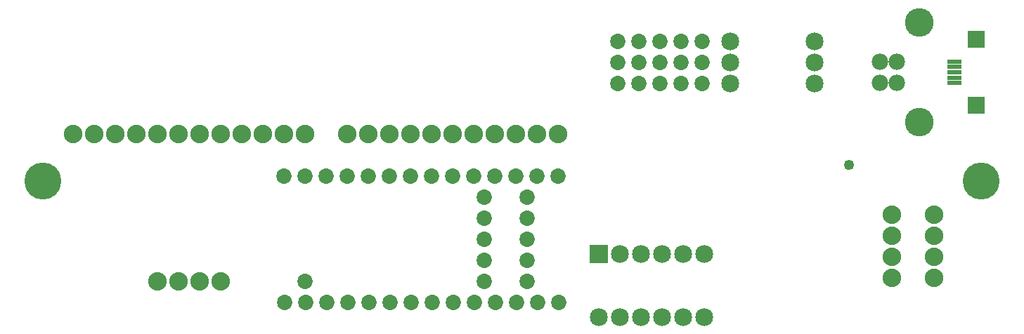
<source format=gbs>
G04 MADE WITH FRITZING*
G04 WWW.FRITZING.ORG*
G04 DOUBLE SIDED*
G04 HOLES PLATED*
G04 CONTOUR ON CENTER OF CONTOUR VECTOR*
%ASAXBY*%
%FSLAX23Y23*%
%MOIN*%
%OFA0B0*%
%SFA1.0B1.0*%
%ADD10C,0.049370*%
%ADD11C,0.088000*%
%ADD12C,0.085000*%
%ADD13C,0.175354*%
%ADD14C,0.072992*%
%ADD15C,0.078000*%
%ADD16C,0.136000*%
%ADD17R,0.085000X0.085000*%
%ADD18R,0.065118X0.023779*%
%ADD19R,0.084803X0.080866*%
%ADD20R,0.080866X0.080866*%
%LNMASK0*%
G90*
G70*
G54D10*
X3963Y808D03*
G54D11*
X683Y257D03*
X783Y257D03*
X883Y257D03*
X983Y257D03*
X283Y957D03*
X383Y957D03*
X483Y957D03*
X583Y957D03*
X683Y957D03*
X783Y957D03*
X883Y957D03*
X983Y957D03*
X1083Y957D03*
X1183Y957D03*
X1283Y957D03*
X1383Y957D03*
X1583Y957D03*
X1683Y957D03*
X1783Y957D03*
X1883Y957D03*
X1983Y957D03*
X2083Y957D03*
X2183Y957D03*
X2283Y957D03*
X2383Y957D03*
X2483Y957D03*
X2583Y957D03*
G54D12*
X2777Y386D03*
X2777Y86D03*
X2877Y386D03*
X2877Y86D03*
X2977Y386D03*
X2977Y86D03*
X3077Y386D03*
X3077Y86D03*
X3177Y386D03*
X3177Y86D03*
X3277Y386D03*
X3277Y86D03*
X2777Y386D03*
X2777Y86D03*
X2877Y386D03*
X2877Y86D03*
X2977Y386D03*
X2977Y86D03*
X3077Y386D03*
X3077Y86D03*
X3177Y386D03*
X3177Y86D03*
X3277Y386D03*
X3277Y86D03*
G54D13*
X4589Y734D03*
X139Y734D03*
G54D14*
X1284Y157D03*
X1384Y157D03*
X1484Y157D03*
X1584Y157D03*
X1684Y157D03*
X1784Y157D03*
X1884Y157D03*
X1984Y157D03*
X2084Y157D03*
X2184Y157D03*
X2284Y157D03*
X2384Y157D03*
X2484Y157D03*
X2584Y157D03*
X1284Y157D03*
X1384Y157D03*
X1484Y157D03*
X1584Y157D03*
X1684Y157D03*
X1784Y157D03*
X1884Y157D03*
X1984Y157D03*
X2084Y157D03*
X2184Y157D03*
X2284Y157D03*
X2384Y157D03*
X2484Y157D03*
X2584Y157D03*
X1283Y757D03*
X1383Y757D03*
X1483Y757D03*
X1583Y757D03*
X1683Y757D03*
X1783Y757D03*
X1883Y757D03*
X1983Y757D03*
X2083Y757D03*
X2183Y757D03*
X2283Y757D03*
X2383Y757D03*
X2483Y757D03*
X2583Y757D03*
X1283Y757D03*
X1383Y757D03*
X1483Y757D03*
X1583Y757D03*
X1683Y757D03*
X1783Y757D03*
X1883Y757D03*
X1983Y757D03*
X2083Y757D03*
X2183Y757D03*
X2283Y757D03*
X2383Y757D03*
X2483Y757D03*
X2583Y757D03*
X2233Y656D03*
X2233Y556D03*
X2233Y456D03*
X2233Y356D03*
X2233Y256D03*
X2233Y656D03*
X2233Y556D03*
X2233Y456D03*
X2233Y356D03*
X2233Y256D03*
X2436Y657D03*
X2436Y557D03*
X2436Y457D03*
X2436Y357D03*
X2436Y257D03*
X2436Y657D03*
X2436Y557D03*
X2436Y457D03*
X2436Y357D03*
X2436Y257D03*
X1383Y256D03*
X1383Y256D03*
G54D15*
X4110Y1200D03*
X4110Y1298D03*
X4188Y1298D03*
X4188Y1200D03*
G54D16*
X4295Y1012D03*
X4295Y1486D03*
G54D15*
X4110Y1200D03*
X4110Y1298D03*
X4188Y1298D03*
X4188Y1200D03*
G54D16*
X4295Y1012D03*
X4295Y1486D03*
G54D14*
X3265Y1195D03*
X3165Y1195D03*
X3065Y1195D03*
X2965Y1195D03*
X2865Y1195D03*
X3265Y1195D03*
X3165Y1195D03*
X3065Y1195D03*
X2965Y1195D03*
X2865Y1195D03*
X3265Y1295D03*
X3165Y1295D03*
X3065Y1295D03*
X2965Y1295D03*
X2865Y1295D03*
X3265Y1295D03*
X3165Y1295D03*
X3065Y1295D03*
X2965Y1295D03*
X2865Y1295D03*
X3265Y1395D03*
X3165Y1395D03*
X3065Y1395D03*
X2965Y1395D03*
X2865Y1395D03*
X3265Y1395D03*
X3165Y1395D03*
X3065Y1395D03*
X2965Y1395D03*
X2865Y1395D03*
G54D12*
X3398Y1195D03*
X3798Y1195D03*
X3398Y1195D03*
X3798Y1195D03*
X3399Y1297D03*
X3799Y1297D03*
X3399Y1297D03*
X3799Y1297D03*
X3399Y1395D03*
X3799Y1395D03*
X3399Y1395D03*
X3799Y1395D03*
G54D11*
X4164Y571D03*
X4164Y471D03*
X4164Y371D03*
X4164Y271D03*
X4367Y571D03*
X4367Y471D03*
X4367Y371D03*
X4367Y271D03*
G54D17*
X2777Y386D03*
X2777Y386D03*
G54D18*
X4461Y1300D03*
X4461Y1198D03*
X4461Y1275D03*
X4461Y1249D03*
X4461Y1223D03*
G54D19*
X4565Y1407D03*
X4565Y1092D03*
G54D20*
X4566Y1092D03*
X4566Y1406D03*
G04 End of Mask0*
M02*
</source>
